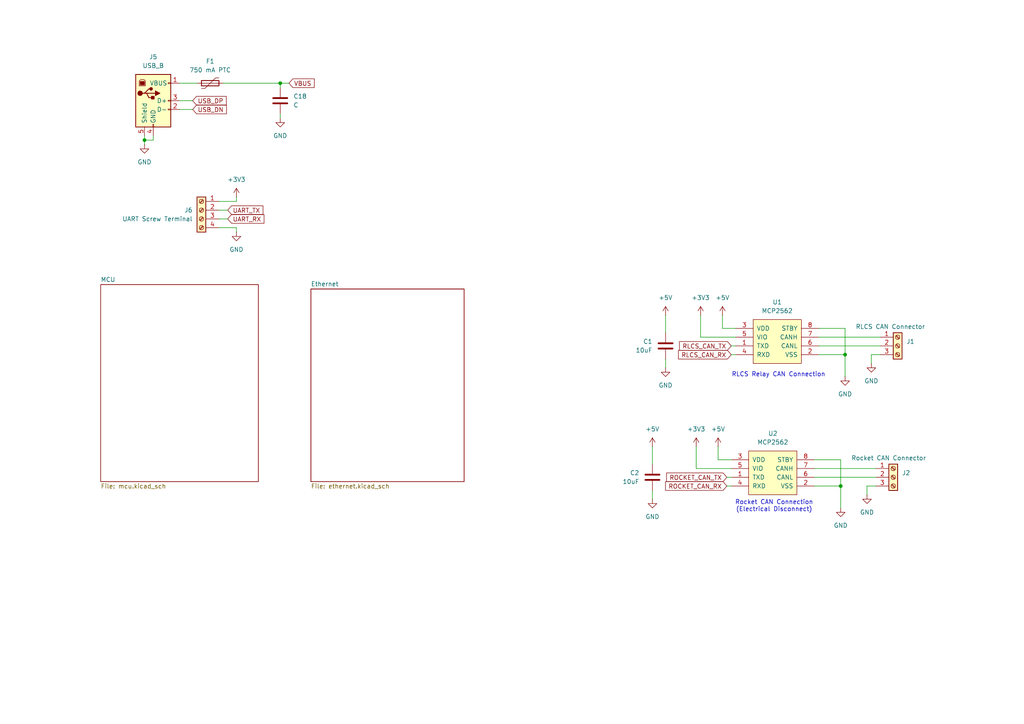
<source format=kicad_sch>
(kicad_sch (version 20231120) (generator "eeschema") (generator_version "8.0")
  (paper "A4")
  (lib_symbols
    (symbol "Connector:Screw_Terminal_01x03" (pin_names (offset 1.016) hide)
      (property "Reference" "J" (at 0 5.08 0))
      (property "Value" "Screw_Terminal_01x03" (at 0 -5.08 0))
      (symbol "Screw_Terminal_01x03_1_1"
        (rectangle (start -1.27 3.81) (end 1.27 -3.81) (stroke (width 0.254)) (fill (type background)))
        (circle (center 0 -2.54) (radius 0.635) (stroke (width 0.1524)))
        (polyline (pts (xy -0.5334 -2.2098) (xy 0.3302 -3.048)) (stroke (width 0.1524)))
        (polyline (pts (xy -0.5334 0.3302) (xy 0.3302 -0.508)) (stroke (width 0.1524)))
        (polyline (pts (xy -0.5334 2.8702) (xy 0.3302 2.032)) (stroke (width 0.1524)))
        (polyline (pts (xy -0.3556 -2.032) (xy 0.508 -2.8702)) (stroke (width 0.1524)))
        (polyline (pts (xy -0.3556 0.508) (xy 0.508 -0.3302)) (stroke (width 0.1524)))
        (polyline (pts (xy -0.3556 3.048) (xy 0.508 2.2098)) (stroke (width 0.1524)))
        (circle (center 0 0) (radius 0.635) (stroke (width 0.1524)))
        (circle (center 0 2.54) (radius 0.635) (stroke (width 0.1524)))
        (pin passive line (at -5.08 2.54 0) (length 3.81) (name "Pin_1") (number "1"))
        (pin passive line (at -5.08 0 0) (length 3.81) (name "Pin_2") (number "2"))
        (pin passive line (at -5.08 -2.54 0) (length 3.81) (name "Pin_3") (number "3"))
      )
    )
    (symbol "Connector:Screw_Terminal_01x04" (pin_names (offset 1.016) hide)
      (property "Reference" "J" (at 0 5.08 0))
      (property "Value" "Screw_Terminal_01x04" (at 0 -7.62 0))
      (symbol "Screw_Terminal_01x04_1_1"
        (rectangle (start -1.27 3.81) (end 1.27 -6.35) (stroke (width 0.254)) (fill (type background)))
        (circle (center 0 -5.08) (radius 0.635) (stroke (width 0.1524)))
        (circle (center 0 -2.54) (radius 0.635) (stroke (width 0.1524)))
        (polyline (pts (xy -0.5334 -4.7498) (xy 0.3302 -5.588)) (stroke (width 0.1524)))
        (polyline (pts (xy -0.5334 -2.2098) (xy 0.3302 -3.048)) (stroke (width 0.1524)))
        (polyline (pts (xy -0.5334 0.3302) (xy 0.3302 -0.508)) (stroke (width 0.1524)))
        (polyline (pts (xy -0.5334 2.8702) (xy 0.3302 2.032)) (stroke (width 0.1524)))
        (polyline (pts (xy -0.3556 -4.572) (xy 0.508 -5.4102)) (stroke (width 0.1524)))
        (polyline (pts (xy -0.3556 -2.032) (xy 0.508 -2.8702)) (stroke (width 0.1524)))
        (polyline (pts (xy -0.3556 0.508) (xy 0.508 -0.3302)) (stroke (width 0.1524)))
        (polyline (pts (xy -0.3556 3.048) (xy 0.508 2.2098)) (stroke (width 0.1524)))
        (circle (center 0 0) (radius 0.635) (stroke (width 0.1524)))
        (circle (center 0 2.54) (radius 0.635) (stroke (width 0.1524)))
        (pin passive line (at -5.08 2.54 0) (length 3.81) (name "Pin_1") (number "1"))
        (pin passive line (at -5.08 0 0) (length 3.81) (name "Pin_2") (number "2"))
        (pin passive line (at -5.08 -2.54 0) (length 3.81) (name "Pin_3") (number "3"))
        (pin passive line (at -5.08 -5.08 0) (length 3.81) (name "Pin_4") (number "4"))
      )
    )
    (symbol "Connector:USB_B" (pin_names (offset 1.016))
      (property "Reference" "J" (at -5.08 11.43 0))
      (property "Value" "USB_B" (at -5.08 8.89 0))
      (symbol "USB_B_0_1"
        (rectangle (start -5.08 -7.62) (end 5.08 7.62) (stroke (width 0.254)) (fill (type background)))
        (circle (center -3.81 2.159) (radius 0.635) (stroke (width 0.254)) (fill (type outline)))
        (rectangle (start -3.81 5.588) (end -2.54 4.572) (fill (type outline)))
        (circle (center -0.635 3.429) (radius 0.381) (stroke (width 0.254)) (fill (type outline)))
        (rectangle (start -0.127 -7.62) (end 0.127 -6.858))
        (polyline (pts (xy -1.905 2.159) (xy 0.635 2.159)) (stroke (width 0.254)))
        (polyline (pts (xy -3.175 2.159) (xy -2.54 2.159) (xy -1.27 3.429) (xy -0.635 3.429)) (stroke (width 0.254)))
        (polyline (pts (xy -2.54 2.159) (xy -1.905 2.159) (xy -1.27 0.889) (xy 0 0.889)) (stroke (width 0.254)))
        (polyline (pts (xy 0.635 2.794) (xy 0.635 1.524) (xy 1.905 2.159) (xy 0.635 2.794)) (stroke (width 0.254)) (fill (type outline)))
        (polyline (pts (xy -4.064 4.318) (xy -2.286 4.318) (xy -2.286 5.715) (xy -2.667 6.096) (xy -3.683 6.096) (xy -4.064 5.715) (xy -4.064 4.318)))
        (rectangle (start 0.254 1.27) (end -0.508 0.508) (stroke (width 0.254)) (fill (type outline)))
        (rectangle (start 5.08 -2.667) (end 4.318 -2.413))
        (rectangle (start 5.08 -0.127) (end 4.318 0.127))
        (rectangle (start 5.08 4.953) (end 4.318 5.207))
      )
      (symbol "USB_B_1_1"
        (pin power_out line (at 7.62 5.08 180) (length 2.54) (name "VBUS") (number "1"))
        (pin bidirectional line (at 7.62 -2.54 180) (length 2.54) (name "D-") (number "2"))
        (pin bidirectional line (at 7.62 0 180) (length 2.54) (name "D+") (number "3"))
        (pin power_out line (at 0 -10.16 90) (length 2.54) (name "GND") (number "4"))
        (pin passive line (at -2.54 -10.16 90) (length 2.54) (name "Shield") (number "5"))
      )
    )
    (symbol "Device:C" (pin_numbers hide) (pin_names (offset 0.254))
      (property "Reference" "C" (at 0.635 2.54 0))
      (property "Value" "C" (at 0.635 -2.54 0))
      (symbol "C_0_1"
        (polyline (pts (xy -2.032 -0.762) (xy 2.032 -0.762)) (stroke (width 0.508)))
        (polyline (pts (xy -2.032 0.762) (xy 2.032 0.762)) (stroke (width 0.508)))
      )
      (symbol "C_1_1"
        (pin passive line (at 0 3.81 270) (length 2.794) (name "~") (number "1"))
        (pin passive line (at 0 -3.81 90) (length 2.794) (name "~") (number "2"))
      )
    )
    (symbol "Device:Polyfuse" (pin_numbers hide) (pin_names (offset 0))
      (property "Reference" "F" (at -2.54 0 90))
      (property "Value" "Polyfuse" (at 2.54 0 90))
      (symbol "Polyfuse_0_1"
        (rectangle (start -0.762 2.54) (end 0.762 -2.54) (stroke (width 0.254)))
        (polyline (pts (xy 0 2.54) (xy 0 -2.54)))
        (polyline (pts (xy -1.524 2.54) (xy -1.524 1.524) (xy 1.524 -1.524) (xy 1.524 -2.54)))
      )
      (symbol "Polyfuse_1_1"
        (pin passive line (at 0 3.81 270) (length 1.27) (name "~") (number "1"))
        (pin passive line (at 0 -3.81 90) (length 1.27) (name "~") (number "2"))
      )
    )
    (symbol "canhw:MCP2562" (pin_names (offset 1.016))
      (property "Reference" "U" (at 5.08 3.81 0))
      (property "Value" "MCP2562" (at -3.81 3.81 0))
      (symbol "MCP2562_0_1"
        (rectangle (start -7.62 2.54) (end 6.35 -10.16) (fill (type background)))
      )
      (symbol "MCP2562_1_1"
        (pin bidirectional line (at -12.7 -5.08 0) (length 5.08) (name "TXD") (number "1"))
        (pin power_in line (at 11.43 -7.62 180) (length 5.08) (name "VSS") (number "2"))
        (pin power_in line (at -12.7 0 0) (length 5.08) (name "VDD") (number "3"))
        (pin bidirectional line (at -12.7 -7.62 0) (length 5.08) (name "RXD") (number "4"))
        (pin bidirectional line (at -12.7 -2.54 0) (length 5.08) (name "VIO") (number "5"))
        (pin bidirectional line (at 11.43 -5.08 180) (length 5.08) (name "CANL") (number "6"))
        (pin bidirectional line (at 11.43 -2.54 180) (length 5.08) (name "CANH") (number "7"))
        (pin bidirectional line (at 11.43 0 180) (length 5.08) (name "STBY") (number "8"))
      )
    )
    (symbol "power:+3V3" (power) (pin_numbers hide) (pin_names (offset 0) hide)
      (property "Value" "+3V3" (at 0 3.556 0))
      (symbol "+3V3_0_1"
        (polyline (pts (xy -0.762 1.27) (xy 0 2.54)))
        (polyline (pts (xy 0 0) (xy 0 2.54)))
        (polyline (pts (xy 0 2.54) (xy 0.762 1.27)))
      )
      (symbol "+3V3_1_1"
        (pin power_in line (at 0 0 90) (length 0) (name "~") (number "1"))
      )
    )
    (symbol "power:+5V" (power) (pin_numbers hide) (pin_names (offset 0) hide)
      (property "Value" "+5V" (at 0 3.556 0))
      (symbol "+5V_0_1"
        (polyline (pts (xy -0.762 1.27) (xy 0 2.54)))
        (polyline (pts (xy 0 0) (xy 0 2.54)))
        (polyline (pts (xy 0 2.54) (xy 0.762 1.27)))
      )
      (symbol "+5V_1_1"
        (pin power_in line (at 0 0 90) (length 0) (name "~") (number "1"))
      )
    )
    (symbol "power:GND" (power) (pin_numbers hide) (pin_names (offset 0) hide)
      (property "Value" "GND" (at 0 -3.81 0))
      (symbol "GND_0_1"
        (polyline (pts (xy 0 0) (xy 0 -1.27) (xy 1.27 -1.27) (xy 0 -2.54) (xy -1.27 -1.27) (xy 0 -1.27)))
      )
      (symbol "GND_1_1"
        (pin power_in line (at 0 0 270) (length 0) (name "~") (number "1"))
      )
    )
  )
  (junction (at 245.11 102.87))
  (junction (at 81.28 24.13))
  (junction (at 243.84 140.97))
  (junction (at 41.91 40.64))
  (wire (pts (xy 203.2 91.44) (xy 203.2 97.79)))
  (wire (pts (xy 68.58 58.42) (xy 63.5 58.42)))
  (wire (pts (xy 243.84 133.35) (xy 243.84 140.97)))
  (wire (pts (xy 237.49 97.79) (xy 255.27 97.79)))
  (wire (pts (xy 237.49 102.87) (xy 245.11 102.87)))
  (wire (pts (xy 66.04 63.5) (xy 63.5 63.5)))
  (wire (pts (xy 189.23 129.54) (xy 189.23 134.62)))
  (wire (pts (xy 64.77 24.13) (xy 81.28 24.13)))
  (wire (pts (xy 68.58 67.31) (xy 68.58 66.04)))
  (wire (pts (xy 52.07 31.75) (xy 55.88 31.75)))
  (wire (pts (xy 243.84 140.97) (xy 243.84 147.32)))
  (wire (pts (xy 209.55 95.25) (xy 213.36 95.25)))
  (wire (pts (xy 52.07 29.21) (xy 55.88 29.21)))
  (wire (pts (xy 236.22 140.97) (xy 243.84 140.97)))
  (wire (pts (xy 208.28 133.35) (xy 212.09 133.35)))
  (wire (pts (xy 251.46 143.51) (xy 251.46 140.97)))
  (wire (pts (xy 201.93 135.89) (xy 212.09 135.89)))
  (wire (pts (xy 245.11 95.25) (xy 245.11 102.87)))
  (wire (pts (xy 201.93 129.54) (xy 201.93 135.89)))
  (wire (pts (xy 203.2 97.79) (xy 213.36 97.79)))
  (wire (pts (xy 81.28 24.13) (xy 83.82 24.13)))
  (wire (pts (xy 236.22 133.35) (xy 243.84 133.35)))
  (wire (pts (xy 68.58 66.04) (xy 63.5 66.04)))
  (wire (pts (xy 212.09 102.87) (xy 213.36 102.87)))
  (wire (pts (xy 68.58 57.15) (xy 68.58 58.42)))
  (wire (pts (xy 210.82 140.97) (xy 212.09 140.97)))
  (wire (pts (xy 52.07 24.13) (xy 57.15 24.13)))
  (wire (pts (xy 212.09 100.33) (xy 213.36 100.33)))
  (wire (pts (xy 237.49 100.33) (xy 255.27 100.33)))
  (wire (pts (xy 237.49 95.25) (xy 245.11 95.25)))
  (wire (pts (xy 81.28 33.02) (xy 81.28 34.29)))
  (wire (pts (xy 236.22 138.43) (xy 254 138.43)))
  (wire (pts (xy 193.04 91.44) (xy 193.04 96.52)))
  (wire (pts (xy 208.28 129.54) (xy 208.28 133.35)))
  (wire (pts (xy 252.73 105.41) (xy 252.73 102.87)))
  (wire (pts (xy 209.55 91.44) (xy 209.55 95.25)))
  (wire (pts (xy 189.23 144.78) (xy 189.23 142.24)))
  (wire (pts (xy 236.22 135.89) (xy 254 135.89)))
  (wire (pts (xy 81.28 24.13) (xy 81.28 25.4)))
  (wire (pts (xy 41.91 39.37) (xy 41.91 40.64)))
  (wire (pts (xy 44.45 39.37) (xy 44.45 40.64)))
  (wire (pts (xy 41.91 40.64) (xy 41.91 41.91)))
  (wire (pts (xy 252.73 102.87) (xy 255.27 102.87)))
  (wire (pts (xy 44.45 40.64) (xy 41.91 40.64)))
  (wire (pts (xy 245.11 102.87) (xy 245.11 109.22)))
  (wire (pts (xy 66.04 60.96) (xy 63.5 60.96)))
  (wire (pts (xy 193.04 106.68) (xy 193.04 104.14)))
  (wire (pts (xy 210.82 138.43) (xy 212.09 138.43)))
  (wire (pts (xy 251.46 140.97) (xy 254 140.97)))
  (text "Rocket CAN Connection\n(Electrical Disconnect)" (at 224.536 146.812 0) (effects (font (size 1.27 1.27))))
  (text "RLCS Relay CAN Connection" (at 225.806 108.712 0) (effects (font (size 1.27 1.27))))
  (global_label "RLCS_CAN_RX" (shape input) (at 212.09 102.87 180) (property "Intersheetrefs" "${INTERSHEET_REFS}" (effects (hide yes))))
  (global_label "USB_DN" (shape input) (at 55.88 31.75 0) (property "Intersheetrefs" "${INTERSHEET_REFS}" (effects (hide yes))))
  (global_label "USB_DP" (shape input) (at 55.88 29.21 0) (property "Intersheetrefs" "${INTERSHEET_REFS}" (effects (hide yes))))
  (global_label "ROCKET_CAN_TX" (shape input) (at 210.82 138.43 180) (property "Intersheetrefs" "${INTERSHEET_REFS}" (effects (hide yes))))
  (global_label "ROCKET_CAN_RX" (shape input) (at 210.82 140.97 180) (property "Intersheetrefs" "${INTERSHEET_REFS}" (effects (hide yes))))
  (global_label "RLCS_CAN_TX" (shape input) (at 212.09 100.33 180) (property "Intersheetrefs" "${INTERSHEET_REFS}" (effects (hide yes))))
  (global_label "UART_TX" (shape input) (at 66.04 60.96 0) (property "Intersheetrefs" "${INTERSHEET_REFS}" (effects (hide yes))))
  (global_label "VBUS" (shape input) (at 83.82 24.13 0) (property "Intersheetrefs" "${INTERSHEET_REFS}" (effects (hide yes))))
  (global_label "UART_RX" (shape input) (at 66.04 63.5 0) (property "Intersheetrefs" "${INTERSHEET_REFS}" (effects (hide yes))))
  (symbol (lib_id "power:+3V3") (at 68.58 57.15 0) (mirror y) (unit 1)
    (property "Reference" "#PWR043" (effects (hide yes)))
    (property "Value" "+3V3" (at 68.58 52.07 0))
    (property "Description" "Power symbol creates a global label with name \"+3V3\"" (effects (hide yes)))
  )
  (symbol (lib_id "power:+5V") (at 189.23 129.54 0) (unit 1)
    (property "Reference" "#PWR06" (effects (hide yes)))
    (property "Value" "+5V" (at 189.23 124.46 0))
    (property "Description" "Power symbol creates a global label with name \"+5V\"" (effects (hide yes)))
  )
  (symbol (lib_id "power:GND") (at 189.23 144.78 0) (unit 1)
    (property "Reference" "#PWR07" (effects (hide yes)))
    (property "Value" "GND" (at 189.23 149.86 0))
    (property "Description" "Power symbol creates a global label with name \"GND\" , ground" (effects (hide yes)))
  )
  (symbol (lib_id "Connector:Screw_Terminal_01x04") (at 58.42 60.96 0) (mirror y) (unit 1)
    (property "Reference" "J6" (at 55.88 60.9599 0) (effects (justify left)))
    (property "Value" "UART Screw Terminal" (at 55.88 63.4999 0) (effects (justify left)))
    (property "Description" "Generic screw terminal, single row, 01x04, script generated (kicad-library-utils/schlib/autogen/connector/)" (effects (hide yes)))
  )
  (symbol (lib_id "power:GND") (at 193.04 106.68 0) (unit 1)
    (property "Reference" "#PWR03" (effects (hide yes)))
    (property "Value" "GND" (at 193.04 111.76 0))
    (property "Description" "Power symbol creates a global label with name \"GND\" , ground" (effects (hide yes)))
  )
  (symbol (lib_id "Connector:USB_B") (at 44.45 29.21 0) (unit 1)
    (property "Reference" "J5" (at 44.45 16.51 0))
    (property "Value" "USB_B" (at 44.45 19.05 0))
    (property "Description" "USB Type B connector" (effects (hide yes)))
  )
  (symbol (lib_id "power:+5V") (at 208.28 129.54 0) (unit 1)
    (property "Reference" "#PWR09" (effects (hide yes)))
    (property "Value" "+5V" (at 208.28 124.46 0))
    (property "Description" "Power symbol creates a global label with name \"+5V\"" (effects (hide yes)))
  )
  (symbol (lib_id "Device:C") (at 193.04 100.33 0) (mirror y) (unit 1)
    (property "Reference" "C1" (at 189.23 99.0599 0) (effects (justify left)))
    (property "Value" "10uF" (at 189.23 101.5999 0) (effects (justify left)))
    (property "Description" "Unpolarized capacitor" (effects (hide yes)))
  )
  (symbol (lib_id "Device:Polyfuse") (at 60.96 24.13 90) (unit 1)
    (property "Reference" "F1" (at 60.96 17.78 90))
    (property "Value" "750 mA PTC" (at 60.96 20.32 90))
    (property "Description" "Resettable fuse, polymeric positive temperature coefficient" (effects (hide yes)))
  )
  (symbol (lib_id "power:GND") (at 68.58 67.31 0) (mirror y) (unit 1)
    (property "Reference" "#PWR044" (effects (hide yes)))
    (property "Value" "GND" (at 68.58 72.39 0))
    (property "Description" "Power symbol creates a global label with name \"GND\" , ground" (effects (hide yes)))
  )
  (symbol (lib_id "power:+3V3") (at 203.2 91.44 0) (unit 1)
    (property "Reference" "#PWR04" (effects (hide yes)))
    (property "Value" "+3V3" (at 203.2 86.36 0))
    (property "Description" "Power symbol creates a global label with name \"+3V3\"" (effects (hide yes)))
  )
  (symbol (lib_id "Connector:Screw_Terminal_01x03") (at 259.08 138.43 0) (unit 1)
    (property "Reference" "J2" (at 261.62 137.1599 0) (effects (justify left)))
    (property "Value" "Rocket CAN Connector" (at 246.888 132.842 0) (effects (justify left)))
    (property "Description" "Generic screw terminal, single row, 01x03, script generated (kicad-library-utils/schlib/autogen/connector/)" (effects (hide yes)))
  )
  (symbol (lib_id "canhw:MCP2562") (at 224.79 133.35 0) (unit 1)
    (property "Reference" "U2" (at 224.155 125.73 0))
    (property "Value" "MCP2562" (at 224.155 128.27 0))
  )
  (symbol (lib_id "power:GND") (at 243.84 147.32 0) (unit 1)
    (property "Reference" "#PWR010" (effects (hide yes)))
    (property "Value" "GND" (at 243.84 152.4 0))
    (property "Description" "Power symbol creates a global label with name \"GND\" , ground" (effects (hide yes)))
  )
  (symbol (lib_id "Connector:Screw_Terminal_01x03") (at 260.35 100.33 0) (unit 1)
    (property "Reference" "J1" (at 262.89 99.0599 0) (effects (justify left)))
    (property "Value" "RLCS CAN Connector" (at 248.158 94.742 0) (effects (justify left)))
    (property "Description" "Generic screw terminal, single row, 01x03, script generated (kicad-library-utils/schlib/autogen/connector/)" (effects (hide yes)))
  )
  (symbol (lib_id "Device:C") (at 81.28 29.21 0) (unit 1)
    (property "Reference" "C18" (at 85.09 27.9399 0) (effects (justify left)))
    (property "Value" "C" (at 85.09 30.4799 0) (effects (justify left)))
    (property "Description" "Unpolarized capacitor" (effects (hide yes)))
  )
  (symbol (lib_id "power:GND") (at 41.91 41.91 0) (unit 1)
    (property "Reference" "#PWR042" (effects (hide yes)))
    (property "Value" "GND" (at 41.91 46.99 0))
    (property "Description" "Power symbol creates a global label with name \"GND\" , ground" (effects (hide yes)))
  )
  (symbol (lib_id "power:+3V3") (at 201.93 129.54 0) (unit 1)
    (property "Reference" "#PWR08" (effects (hide yes)))
    (property "Value" "+3V3" (at 201.93 124.46 0))
    (property "Description" "Power symbol creates a global label with name \"+3V3\"" (effects (hide yes)))
  )
  (symbol (lib_id "Device:C") (at 189.23 138.43 0) (mirror y) (unit 1)
    (property "Reference" "C2" (at 185.42 137.1599 0) (effects (justify left)))
    (property "Value" "10uF" (at 185.42 139.6999 0) (effects (justify left)))
    (property "Description" "Unpolarized capacitor" (effects (hide yes)))
  )
  (symbol (lib_id "power:GND") (at 252.73 105.41 0) (unit 1)
    (property "Reference" "#PWR011" (effects (hide yes)))
    (property "Value" "GND" (at 252.73 110.49 0))
    (property "Description" "Power symbol creates a global label with name \"GND\" , ground" (effects (hide yes)))
  )
  (symbol (lib_id "power:GND") (at 81.28 34.29 0) (unit 1)
    (property "Reference" "#PWR045" (effects (hide yes)))
    (property "Value" "GND" (at 81.28 39.37 0))
    (property "Description" "Power symbol creates a global label with name \"GND\" , ground" (effects (hide yes)))
  )
  (symbol (lib_id "canhw:MCP2562") (at 226.06 95.25 0) (unit 1)
    (property "Reference" "U1" (at 225.425 87.63 0))
    (property "Value" "MCP2562" (at 225.425 90.17 0))
  )
  (symbol (lib_id "power:+5V") (at 193.04 91.44 0) (unit 1)
    (property "Reference" "#PWR05" (effects (hide yes)))
    (property "Value" "+5V" (at 193.04 86.36 0))
    (property "Description" "Power symbol creates a global label with name \"+5V\"" (effects (hide yes)))
  )
  (symbol (lib_id "power:GND") (at 245.11 109.22 0) (unit 1)
    (property "Reference" "#PWR01" (effects (hide yes)))
    (property "Value" "GND" (at 245.11 114.3 0))
    (property "Description" "Power symbol creates a global label with name \"GND\" , ground" (effects (hide yes)))
  )
  (symbol (lib_id "power:GND") (at 251.46 143.51 0) (unit 1)
    (property "Reference" "#PWR012" (effects (hide yes)))
    (property "Value" "GND" (at 251.46 148.59 0))
    (property "Description" "Power symbol creates a global label with name \"GND\" , ground" (effects (hide yes)))
  )
  (symbol (lib_id "power:+5V") (at 209.55 91.44 0) (unit 1)
    (property "Reference" "#PWR02" (effects (hide yes)))
    (property "Value" "+5V" (at 209.55 86.36 0))
    (property "Description" "Power symbol creates a global label with name \"+5V\"" (effects (hide yes)))
  )
  (sheet (at 29.21 82.55) (size 45.72 57.15) (stroke (width 0.1524))
    (property "Sheetname" "MCU" (at 29.21 81.8384 0) (effects (justify left bottom)))
    (property "Sheetfile" "mcu.kicad_sch" (at 29.21 140.2846 0) (effects (justify left top)))
  )
  (sheet (at 90.17 83.82) (size 44.45 55.88) (stroke (width 0.1524))
    (property "Sheetname" "Ethernet" (at 90.17 83.1084 0) (effects (justify left bottom)))
    (property "Sheetfile" "ethernet.kicad_sch" (at 90.17 140.2846 0) (effects (justify left top)))
  )
)
</source>
